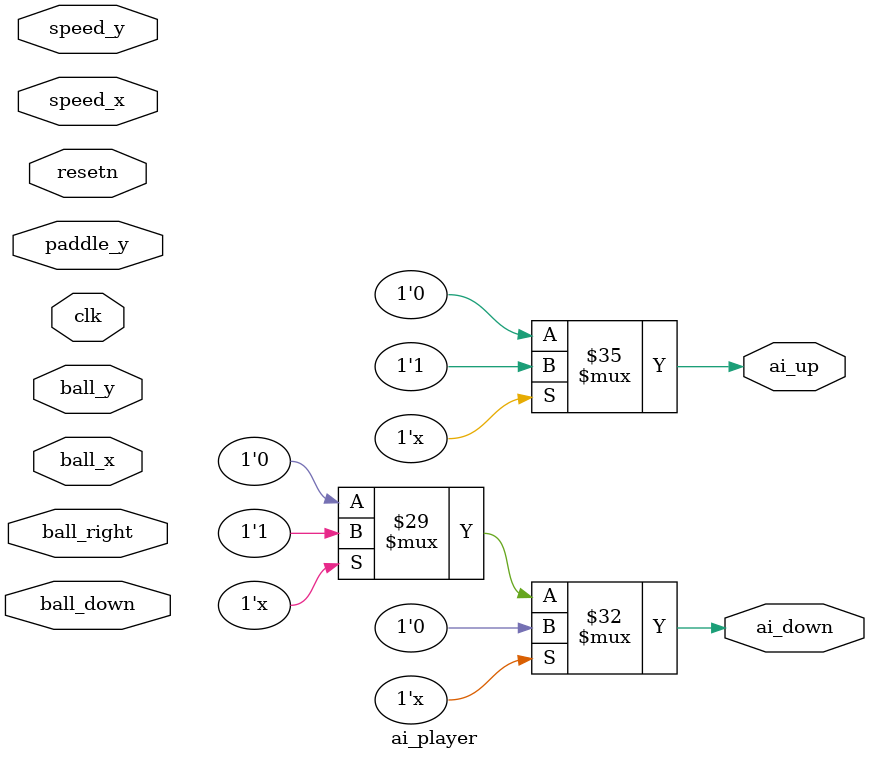
<source format=v>
module ai_player(input clk,
					  input resetn,	
					  input [8:0] ball_x,
					  input [7:0] ball_y,
					  input [8:0] speed_x,
					  input [7:0] speed_y,
					  input ball_down,
					  input ball_right,
					  input [7:0] paddle_y,
					  output reg ai_up,
					  output reg ai_down
					  );
	reg [8:0] y_distance;
	reg [8:0] y_target;
	always @(*) begin
		ai_up = 0;
		ai_down = 0;
		y_distance = (160-ball_x-4) * (speed_y/speed_x);
		
		if (ball_right && ball_x >= 100) begin
			// Update the target y if the ball is going down
			if (ball_down) begin
				y_target <= ball_y  + y_distance > 120 ? 240 - ball_y-y_distance : ball_y+y_distance;
			end
			// Update the target y if the ball is going up
			else begin
				y_target <= $signed(ball_y - y_distance) < 0 ? y_distance - ball_y: ball_y - y_distance;
			end
		end
		// If the target y is lower than the paddle, tell the paddle to go up
		if (y_target - 4 <= paddle_y) begin
			ai_up <= 1'b1;
		end
		// If the target y is higher than the paddle, tell the paddle to go down
		else if (y_target + 8 >= paddle_y + 16) begin
			ai_down <= 1'b1;
		end
	end
endmodule
</source>
